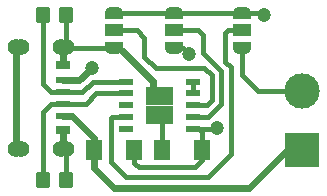
<source format=gbr>
%TF.GenerationSoftware,KiCad,Pcbnew,8.0.2*%
%TF.CreationDate,2024-12-05T16:11:26+05:30*%
%TF.ProjectId,USB PD,55534220-5044-42e6-9b69-6361645f7063,rev?*%
%TF.SameCoordinates,Original*%
%TF.FileFunction,Copper,L1,Top*%
%TF.FilePolarity,Positive*%
%FSLAX46Y46*%
G04 Gerber Fmt 4.6, Leading zero omitted, Abs format (unit mm)*
G04 Created by KiCad (PCBNEW 8.0.2) date 2024-12-05 16:11:26*
%MOMM*%
%LPD*%
G01*
G04 APERTURE LIST*
G04 Aperture macros list*
%AMRoundRect*
0 Rectangle with rounded corners*
0 $1 Rounding radius*
0 $2 $3 $4 $5 $6 $7 $8 $9 X,Y pos of 4 corners*
0 Add a 4 corners polygon primitive as box body*
4,1,4,$2,$3,$4,$5,$6,$7,$8,$9,$2,$3,0*
0 Add four circle primitives for the rounded corners*
1,1,$1+$1,$2,$3*
1,1,$1+$1,$4,$5*
1,1,$1+$1,$6,$7*
1,1,$1+$1,$8,$9*
0 Add four rect primitives between the rounded corners*
20,1,$1+$1,$2,$3,$4,$5,0*
20,1,$1+$1,$4,$5,$6,$7,0*
20,1,$1+$1,$6,$7,$8,$9,0*
20,1,$1+$1,$8,$9,$2,$3,0*%
%AMFreePoly0*
4,1,19,0.550000,-0.750000,0.000000,-0.750000,0.000000,-0.744911,-0.071157,-0.744911,-0.207708,-0.704816,-0.327430,-0.627875,-0.420627,-0.520320,-0.479746,-0.390866,-0.500000,-0.250000,-0.500000,0.250000,-0.479746,0.390866,-0.420627,0.520320,-0.327430,0.627875,-0.207708,0.704816,-0.071157,0.744911,0.000000,0.744911,0.000000,0.750000,0.550000,0.750000,0.550000,-0.750000,0.550000,-0.750000,
$1*%
%AMFreePoly1*
4,1,19,0.000000,0.744911,0.071157,0.744911,0.207708,0.704816,0.327430,0.627875,0.420627,0.520320,0.479746,0.390866,0.500000,0.250000,0.500000,-0.250000,0.479746,-0.390866,0.420627,-0.520320,0.327430,-0.627875,0.207708,-0.704816,0.071157,-0.744911,0.000000,-0.744911,0.000000,-0.750000,-0.550000,-0.750000,-0.550000,0.750000,0.000000,0.750000,0.000000,0.744911,0.000000,0.744911,
$1*%
G04 Aperture macros list end*
%TA.AperFunction,SMDPad,CuDef*%
%ADD10R,1.200000X0.590000*%
%TD*%
%TA.AperFunction,SMDPad,CuDef*%
%ADD11R,1.200000X0.800000*%
%TD*%
%TA.AperFunction,ComponentPad*%
%ADD12C,1.400000*%
%TD*%
%TA.AperFunction,ComponentPad*%
%ADD13C,3.000000*%
%TD*%
%TA.AperFunction,ComponentPad*%
%ADD14R,3.000000X3.000000*%
%TD*%
%TA.AperFunction,SMDPad,CuDef*%
%ADD15R,1.300000X0.600000*%
%TD*%
%TA.AperFunction,ComponentPad*%
%ADD16R,1.150000X1.600000*%
%TD*%
%TA.AperFunction,SMDPad,CuDef*%
%ADD17RoundRect,0.250000X-0.350000X-0.450000X0.350000X-0.450000X0.350000X0.450000X-0.350000X0.450000X0*%
%TD*%
%TA.AperFunction,SMDPad,CuDef*%
%ADD18R,1.400000X1.700000*%
%TD*%
%TA.AperFunction,SMDPad,CuDef*%
%ADD19FreePoly0,270.000000*%
%TD*%
%TA.AperFunction,SMDPad,CuDef*%
%ADD20R,1.500000X1.000000*%
%TD*%
%TA.AperFunction,SMDPad,CuDef*%
%ADD21FreePoly1,270.000000*%
%TD*%
%TA.AperFunction,ViaPad*%
%ADD22C,1.200000*%
%TD*%
%TA.AperFunction,Conductor*%
%ADD23C,0.400000*%
%TD*%
%TA.AperFunction,Conductor*%
%ADD24C,0.600000*%
%TD*%
G04 APERTURE END LIST*
D10*
%TO.P,J1,A5,CC1*%
%TO.N,Net-(J1-CC1)*%
X89657500Y-90305000D03*
%TO.P,J1,A9,VBUS*%
%TO.N,VBUS*%
X89657500Y-92325000D03*
D11*
%TO.P,J1,A12,GND*%
%TO.N,GND*%
X89657500Y-93555000D03*
D10*
%TO.P,J1,B5,CC2*%
%TO.N,Net-(J1-CC2)*%
X89657500Y-91305000D03*
%TO.P,J1,B9,VBUS*%
%TO.N,VBUS*%
X89657500Y-89285000D03*
D11*
%TO.P,J1,B12,GND*%
%TO.N,GND*%
X89657500Y-88055000D03*
D12*
%TO.P,J1,S1,SHIELD*%
X86057500Y-86485000D03*
X85657500Y-95125000D03*
X86057500Y-95125000D03*
X89857500Y-95125000D03*
X89457500Y-95125000D03*
X89457500Y-86485000D03*
X85657500Y-86485000D03*
X89857500Y-86485000D03*
%TD*%
D13*
%TO.P,J2,2,Pin_2*%
%TO.N,GND*%
X109855000Y-90250000D03*
D14*
%TO.P,J2,1,Pin_1*%
%TO.N,VBUS*%
X109855000Y-95250000D03*
%TD*%
D15*
%TO.P,U1,10,PG*%
%TO.N,unconnected-(U1-PG-Pad10)*%
X94940000Y-93440000D03*
%TO.P,U1,9,CFG1*%
%TO.N,Net-(JP1-C)*%
X94940000Y-92440000D03*
%TO.P,U1,8,VBUS*%
%TO.N,unconnected-(U1-VBUS-Pad8)*%
X94940000Y-91440000D03*
%TO.P,U1,7,CC1*%
%TO.N,Net-(J1-CC2)*%
X94940000Y-90440000D03*
%TO.P,U1,6,CC2*%
%TO.N,Net-(J1-CC1)*%
X94940000Y-89440000D03*
%TO.P,U1,5,DM*%
%TO.N,Net-(U1-DM)*%
X100640000Y-89440000D03*
%TO.P,U1,4,DP*%
X100640000Y-90440000D03*
%TO.P,U1,3,CFG3*%
%TO.N,Net-(JP3-C)*%
X100640000Y-91440000D03*
%TO.P,U1,2,CFG2*%
%TO.N,Net-(JP2-C)*%
X100640000Y-92440000D03*
%TO.P,U1,1,VDD*%
%TO.N,VDD*%
X100640000Y-93440000D03*
D16*
%TO.P,U1,0,GND*%
%TO.N,GND*%
X97215000Y-90640000D03*
X97215000Y-92240000D03*
X98365000Y-90640000D03*
X98365000Y-92240000D03*
%TD*%
D17*
%TO.P,R3,1*%
%TO.N,Net-(J1-CC2)*%
X87900000Y-97790000D03*
%TO.P,R3,2*%
%TO.N,GND*%
X89900000Y-97790000D03*
%TD*%
%TO.P,R2,1*%
%TO.N,Net-(J1-CC1)*%
X87900000Y-83820000D03*
%TO.P,R2,2*%
%TO.N,GND*%
X89900000Y-83820000D03*
%TD*%
D18*
%TO.P,R1,1*%
%TO.N,VBUS*%
X92280000Y-95250000D03*
%TO.P,R1,2*%
%TO.N,VDD*%
X95680000Y-95250000D03*
%TD*%
D19*
%TO.P,JP3,1,A*%
%TO.N,VDD*%
X93980000Y-83630000D03*
D20*
%TO.P,JP3,2,C*%
%TO.N,Net-(JP3-C)*%
X93980000Y-85090000D03*
D21*
%TO.P,JP3,3,B*%
%TO.N,GND*%
X93980000Y-86550000D03*
%TD*%
D19*
%TO.P,JP2,1,A*%
%TO.N,VDD*%
X99060000Y-83630000D03*
D20*
%TO.P,JP2,2,C*%
%TO.N,Net-(JP2-C)*%
X99060000Y-85090000D03*
D21*
%TO.P,JP2,3,B*%
%TO.N,GND*%
X99060000Y-86550000D03*
%TD*%
D19*
%TO.P,JP1,1,A*%
%TO.N,VDD*%
X104775000Y-83630000D03*
D20*
%TO.P,JP1,2,C*%
%TO.N,Net-(JP1-C)*%
X104775000Y-85090000D03*
D21*
%TO.P,JP1,3,B*%
%TO.N,GND*%
X104775000Y-86550000D03*
%TD*%
D18*
%TO.P,C1,1*%
%TO.N,VDD*%
X101395000Y-95250000D03*
%TO.P,C1,2*%
%TO.N,GND*%
X97995000Y-95250000D03*
%TD*%
D22*
%TO.N,VDD*%
X102635001Y-93404746D03*
X106680000Y-83820000D03*
%TO.N,GND*%
X100268173Y-87065000D03*
%TO.N,VBUS*%
X92073628Y-88242157D03*
%TD*%
D23*
%TO.N,VDD*%
X102599747Y-93440000D02*
X102635001Y-93404746D01*
X100640000Y-93440000D02*
X102599747Y-93440000D01*
X106490000Y-83630000D02*
X106680000Y-83820000D01*
X104775000Y-83630000D02*
X106490000Y-83630000D01*
%TO.N,GND*%
X99753173Y-86550000D02*
X100268173Y-87065000D01*
X99060000Y-86550000D02*
X99753173Y-86550000D01*
D24*
X94400000Y-86550000D02*
X93980000Y-86550000D01*
X97215000Y-89365000D02*
X94400000Y-86550000D01*
X97215000Y-90640000D02*
X97215000Y-89365000D01*
X85657500Y-86485000D02*
X85657500Y-95125000D01*
%TO.N,VBUS*%
X92070616Y-88242157D02*
X92073628Y-88242157D01*
X91027773Y-89285000D02*
X92070616Y-88242157D01*
X89657500Y-89285000D02*
X91027773Y-89285000D01*
D23*
%TO.N,Net-(J1-CC1)*%
X92145565Y-89440000D02*
X94940000Y-89440000D01*
X91280565Y-90305000D02*
X92145565Y-89440000D01*
X89657500Y-90305000D02*
X91280565Y-90305000D01*
%TO.N,Net-(J1-CC2)*%
X91575000Y-91305000D02*
X89657500Y-91305000D01*
X92440000Y-90440000D02*
X91575000Y-91305000D01*
X94940000Y-90440000D02*
X92440000Y-90440000D01*
X87900000Y-91987500D02*
X87900000Y-97790000D01*
X89657500Y-91305000D02*
X88582500Y-91305000D01*
X88582500Y-91305000D02*
X87900000Y-91987500D01*
%TO.N,Net-(J1-CC1)*%
X87900000Y-89622500D02*
X88582500Y-90305000D01*
X88582500Y-90305000D02*
X89657500Y-90305000D01*
X87900000Y-83820000D02*
X87900000Y-89622500D01*
%TO.N,VDD*%
X101395000Y-93670597D02*
X101395000Y-95250000D01*
X101164403Y-93440000D02*
X101395000Y-93670597D01*
X100640000Y-93440000D02*
X101164403Y-93440000D01*
%TO.N,GND*%
X89922500Y-86550000D02*
X89857500Y-86485000D01*
X93980000Y-86550000D02*
X89922500Y-86550000D01*
X104775000Y-88900000D02*
X104775000Y-86550000D01*
X106125000Y-90250000D02*
X104775000Y-88900000D01*
X109855000Y-90250000D02*
X106125000Y-90250000D01*
%TO.N,VDD*%
X99060000Y-83630000D02*
X104775000Y-83630000D01*
X93980000Y-83630000D02*
X99060000Y-83630000D01*
%TO.N,Net-(JP1-C)*%
X93790000Y-92440000D02*
X94940000Y-92440000D01*
X93690000Y-92540000D02*
X93790000Y-92440000D01*
X93690000Y-96230000D02*
X93690000Y-92540000D01*
X101890000Y-97500000D02*
X94960000Y-97500000D01*
X103835000Y-95555000D02*
X101890000Y-97500000D01*
X94960000Y-97500000D02*
X93690000Y-96230000D01*
X103835000Y-88222766D02*
X103835000Y-95555000D01*
X103373617Y-85341383D02*
X103373617Y-87761383D01*
X103625000Y-85090000D02*
X103373617Y-85341383D01*
X103373617Y-87761383D02*
X103835000Y-88222766D01*
X104775000Y-85090000D02*
X103625000Y-85090000D01*
%TO.N,Net-(JP2-C)*%
X101465477Y-86984614D02*
X101465477Y-85493060D01*
X101465477Y-85493060D02*
X101062417Y-85090000D01*
X101062417Y-85090000D02*
X99060000Y-85090000D01*
X103035000Y-91326371D02*
X103035000Y-88554137D01*
X101921371Y-92440000D02*
X103035000Y-91326371D01*
X100640000Y-92440000D02*
X101921371Y-92440000D01*
X103035000Y-88554137D02*
X101465477Y-86984614D01*
%TO.N,Net-(JP3-C)*%
X101790000Y-91440000D02*
X100640000Y-91440000D01*
X102235000Y-88900000D02*
X102235000Y-90995000D01*
X97472500Y-88265000D02*
X101600000Y-88265000D01*
X96520000Y-87312500D02*
X97472500Y-88265000D01*
X96520000Y-85725000D02*
X96520000Y-87312500D01*
X101600000Y-88265000D02*
X102235000Y-88900000D01*
X102235000Y-90995000D02*
X101790000Y-91440000D01*
X95885000Y-85090000D02*
X96520000Y-85725000D01*
X93980000Y-85090000D02*
X95885000Y-85090000D01*
D24*
%TO.N,VBUS*%
X105410000Y-98425000D02*
X108585000Y-95250000D01*
X93980000Y-98425000D02*
X105410000Y-98425000D01*
X92280000Y-96725000D02*
X93980000Y-98425000D01*
X92280000Y-95250000D02*
X92280000Y-96725000D01*
X108585000Y-95250000D02*
X109855000Y-95250000D01*
D23*
%TO.N,Net-(U1-DM)*%
X100640000Y-89440000D02*
X100640000Y-90440000D01*
D24*
%TO.N,GND*%
X89657500Y-88055000D02*
X89657500Y-86685000D01*
X89657500Y-86685000D02*
X89857500Y-86485000D01*
X89657500Y-93555000D02*
X89657500Y-94925000D01*
X89657500Y-94925000D02*
X89857500Y-95125000D01*
%TO.N,VBUS*%
X92280000Y-94185000D02*
X92280000Y-95250000D01*
X90420000Y-92325000D02*
X92280000Y-94185000D01*
X89657500Y-92325000D02*
X90420000Y-92325000D01*
D23*
%TO.N,VDD*%
X101395000Y-96090000D02*
X101395000Y-95250000D01*
X100785000Y-96700000D02*
X101395000Y-96090000D01*
X96065000Y-96700000D02*
X100785000Y-96700000D01*
X95680000Y-95250000D02*
X95680000Y-96315000D01*
X95680000Y-96315000D02*
X96065000Y-96700000D01*
%TO.N,GND*%
X97995000Y-92610000D02*
X98365000Y-92240000D01*
X97995000Y-95250000D02*
X97995000Y-92610000D01*
X89900000Y-86442500D02*
X89857500Y-86485000D01*
X89900000Y-83820000D02*
X89900000Y-86442500D01*
X89900000Y-95167500D02*
X89857500Y-95125000D01*
X89900000Y-97790000D02*
X89900000Y-95167500D01*
%TD*%
M02*

</source>
